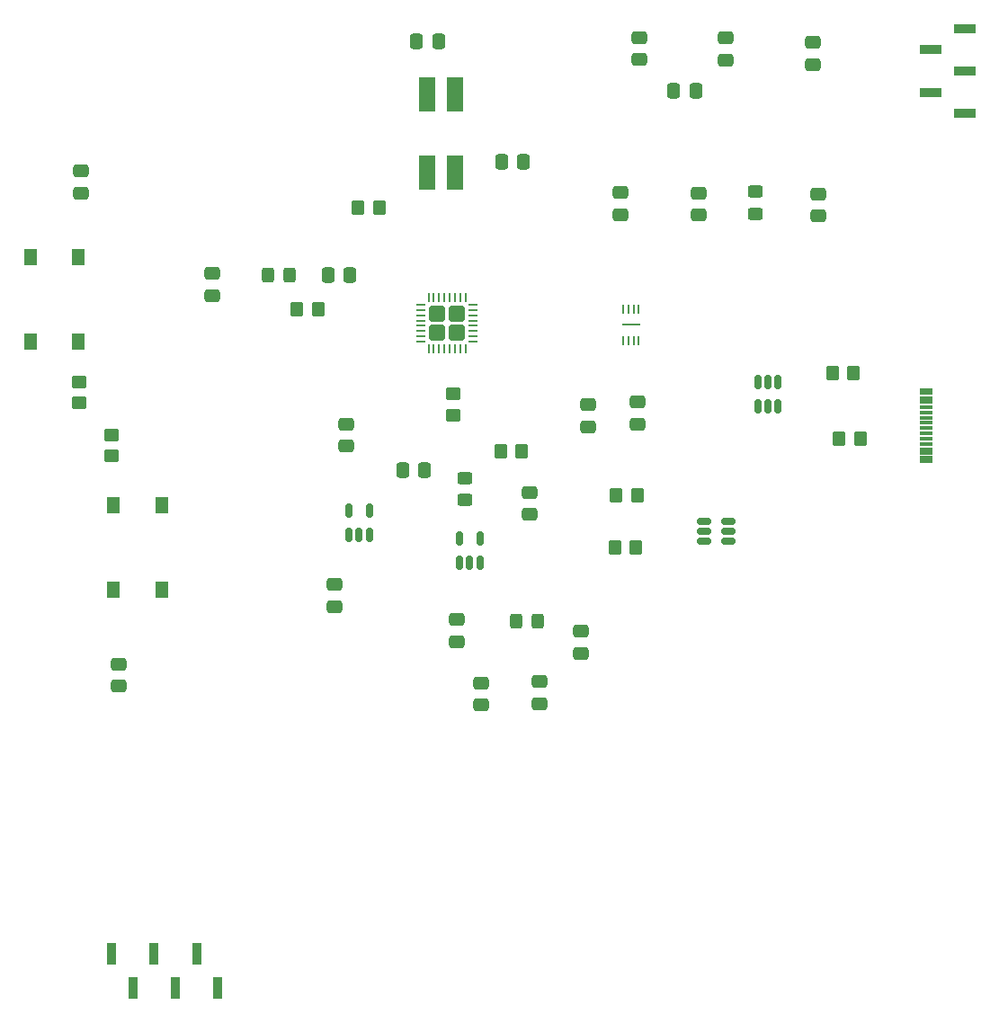
<source format=gbr>
%TF.GenerationSoftware,KiCad,Pcbnew,8.0.4*%
%TF.CreationDate,2024-11-14T20:51:04-06:00*%
%TF.ProjectId,mounted_system,6d6f756e-7465-4645-9f73-797374656d2e,rev?*%
%TF.SameCoordinates,Original*%
%TF.FileFunction,Paste,Top*%
%TF.FilePolarity,Positive*%
%FSLAX46Y46*%
G04 Gerber Fmt 4.6, Leading zero omitted, Abs format (unit mm)*
G04 Created by KiCad (PCBNEW 8.0.4) date 2024-11-14 20:51:04*
%MOMM*%
%LPD*%
G01*
G04 APERTURE LIST*
G04 Aperture macros list*
%AMRoundRect*
0 Rectangle with rounded corners*
0 $1 Rounding radius*
0 $2 $3 $4 $5 $6 $7 $8 $9 X,Y pos of 4 corners*
0 Add a 4 corners polygon primitive as box body*
4,1,4,$2,$3,$4,$5,$6,$7,$8,$9,$2,$3,0*
0 Add four circle primitives for the rounded corners*
1,1,$1+$1,$2,$3*
1,1,$1+$1,$4,$5*
1,1,$1+$1,$6,$7*
1,1,$1+$1,$8,$9*
0 Add four rect primitives between the rounded corners*
20,1,$1+$1,$2,$3,$4,$5,0*
20,1,$1+$1,$4,$5,$6,$7,0*
20,1,$1+$1,$6,$7,$8,$9,0*
20,1,$1+$1,$8,$9,$2,$3,0*%
G04 Aperture macros list end*
%ADD10RoundRect,0.250000X0.337500X0.475000X-0.337500X0.475000X-0.337500X-0.475000X0.337500X-0.475000X0*%
%ADD11R,1.300000X1.550000*%
%ADD12RoundRect,0.250000X0.350000X0.450000X-0.350000X0.450000X-0.350000X-0.450000X0.350000X-0.450000X0*%
%ADD13RoundRect,0.250000X-0.450000X0.325000X-0.450000X-0.325000X0.450000X-0.325000X0.450000X0.325000X0*%
%ADD14RoundRect,0.250000X-0.450000X0.350000X-0.450000X-0.350000X0.450000X-0.350000X0.450000X0.350000X0*%
%ADD15RoundRect,0.250000X0.475000X-0.337500X0.475000X0.337500X-0.475000X0.337500X-0.475000X-0.337500X0*%
%ADD16RoundRect,0.150000X-0.512500X-0.150000X0.512500X-0.150000X0.512500X0.150000X-0.512500X0.150000X0*%
%ADD17RoundRect,0.250000X-0.475000X0.337500X-0.475000X-0.337500X0.475000X-0.337500X0.475000X0.337500X0*%
%ADD18RoundRect,0.250000X-0.350000X-0.450000X0.350000X-0.450000X0.350000X0.450000X-0.350000X0.450000X0*%
%ADD19RoundRect,0.250000X0.325000X0.450000X-0.325000X0.450000X-0.325000X-0.450000X0.325000X-0.450000X0*%
%ADD20RoundRect,0.150000X-0.150000X0.512500X-0.150000X-0.512500X0.150000X-0.512500X0.150000X0.512500X0*%
%ADD21RoundRect,0.250000X-0.337500X-0.475000X0.337500X-0.475000X0.337500X0.475000X-0.337500X0.475000X0*%
%ADD22RoundRect,0.250000X0.450000X-0.350000X0.450000X0.350000X-0.450000X0.350000X-0.450000X-0.350000X0*%
%ADD23R,1.540000X3.300000*%
%ADD24RoundRect,0.150000X0.150000X-0.512500X0.150000X0.512500X-0.150000X0.512500X-0.150000X-0.512500X0*%
%ADD25R,0.900000X2.000000*%
%ADD26RoundRect,0.250000X-0.495000X-0.495000X0.495000X-0.495000X0.495000X0.495000X-0.495000X0.495000X0*%
%ADD27RoundRect,0.062500X-0.337500X-0.062500X0.337500X-0.062500X0.337500X0.062500X-0.337500X0.062500X0*%
%ADD28RoundRect,0.062500X-0.062500X-0.337500X0.062500X-0.337500X0.062500X0.337500X-0.062500X0.337500X0*%
%ADD29RoundRect,0.250000X-0.325000X-0.450000X0.325000X-0.450000X0.325000X0.450000X-0.325000X0.450000X0*%
%ADD30R,2.000000X0.900000*%
%ADD31RoundRect,0.250000X0.450000X-0.325000X0.450000X0.325000X-0.450000X0.325000X-0.450000X-0.325000X0*%
%ADD32R,0.254000X0.812800*%
%ADD33R,1.651000X0.254000*%
%ADD34R,1.150000X0.300000*%
G04 APERTURE END LIST*
D10*
%TO.C,C6*%
X109159500Y-38184000D03*
X107084500Y-38184000D03*
%TD*%
D11*
%TO.C,SW2*%
X51018000Y-53805000D03*
X51018000Y-61765000D03*
X46518000Y-53805000D03*
X46518000Y-61765000D03*
%TD*%
D12*
%TO.C,R12*%
X124623000Y-70950000D03*
X122623000Y-70950000D03*
%TD*%
D13*
%TO.C,D2*%
X87412000Y-74644000D03*
X87412000Y-76694000D03*
%TD*%
D12*
%TO.C,R6*%
X103509000Y-81205000D03*
X101509000Y-81205000D03*
%TD*%
D14*
%TO.C,R4*%
X54138000Y-70569000D03*
X54138000Y-72569000D03*
%TD*%
D15*
%TO.C,C7*%
X111923000Y-35263000D03*
X111923000Y-33188000D03*
%TD*%
D16*
%TO.C,U3*%
X109896500Y-78731000D03*
X109896500Y-79681000D03*
X109896500Y-80631000D03*
X112171500Y-80631000D03*
X112171500Y-79681000D03*
X112171500Y-78731000D03*
%TD*%
D17*
%TO.C,C18*%
X103668000Y-67478000D03*
X103668000Y-69553000D03*
%TD*%
D15*
%TO.C,C12*%
X102032000Y-49832500D03*
X102032000Y-47757500D03*
%TD*%
D18*
%TO.C,R1*%
X71569000Y-58758000D03*
X73569000Y-58758000D03*
%TD*%
D19*
%TO.C,L3*%
X70908000Y-55526000D03*
X68858000Y-55526000D03*
%TD*%
D17*
%TO.C,C13*%
X94397000Y-93821000D03*
X94397000Y-95896000D03*
%TD*%
D15*
%TO.C,C3*%
X51217000Y-47795000D03*
X51217000Y-45720000D03*
%TD*%
%TO.C,C8*%
X109398000Y-49870000D03*
X109398000Y-47795000D03*
%TD*%
D17*
%TO.C,C2*%
X54773000Y-92159000D03*
X54773000Y-94234000D03*
%TD*%
D18*
%TO.C,R3*%
X77334000Y-49162000D03*
X79334000Y-49162000D03*
%TD*%
D12*
%TO.C,R7*%
X103636000Y-76252000D03*
X101636000Y-76252000D03*
%TD*%
D20*
%TO.C,U7*%
X116876000Y-65627000D03*
X115926000Y-65627000D03*
X114976000Y-65627000D03*
X114976000Y-67902000D03*
X115926000Y-67902000D03*
X116876000Y-67902000D03*
%TD*%
D17*
%TO.C,C11*%
X88936000Y-93948000D03*
X88936000Y-96023000D03*
%TD*%
D21*
%TO.C,C20*%
X81527000Y-73882000D03*
X83602000Y-73882000D03*
%TD*%
D15*
%TO.C,C9*%
X120178000Y-35687000D03*
X120178000Y-33612000D03*
%TD*%
D22*
%TO.C,R2*%
X86269000Y-68705000D03*
X86269000Y-66705000D03*
%TD*%
D17*
%TO.C,C14*%
X98969000Y-67732000D03*
X98969000Y-69807000D03*
%TD*%
D15*
%TO.C,C10*%
X103810000Y-35227500D03*
X103810000Y-33152500D03*
%TD*%
D21*
%TO.C,C16*%
X74530000Y-55526000D03*
X76605000Y-55526000D03*
%TD*%
D23*
%TO.C,Y1*%
X83806000Y-38494000D03*
X83806000Y-45894000D03*
X86446000Y-45894000D03*
X86446000Y-38494000D03*
%TD*%
D15*
%TO.C,C5*%
X120701000Y-49959500D03*
X120701000Y-47884500D03*
%TD*%
D22*
%TO.C,R5*%
X51090000Y-67591000D03*
X51090000Y-65591000D03*
%TD*%
D18*
%TO.C,R8*%
X90746000Y-72104000D03*
X92746000Y-72104000D03*
%TD*%
D24*
%TO.C,U5*%
X86909000Y-82634000D03*
X87859000Y-82634000D03*
X88809000Y-82634000D03*
X88809000Y-80359000D03*
X86909000Y-80359000D03*
%TD*%
D25*
%TO.C,J5*%
X64135000Y-122682000D03*
X62135000Y-119482000D03*
X60135000Y-122682000D03*
X58135000Y-119482000D03*
X56135000Y-122682000D03*
X54135000Y-119482000D03*
%TD*%
D15*
%TO.C,C21*%
X93508000Y-78094500D03*
X93508000Y-76019500D03*
%TD*%
D26*
%TO.C,U1*%
X84800000Y-59140000D03*
X84800000Y-60990000D03*
X86650000Y-59140000D03*
X86650000Y-60990000D03*
D27*
X83275000Y-58315000D03*
X83275000Y-58815000D03*
X83275000Y-59315000D03*
X83275000Y-59815000D03*
X83275000Y-60315000D03*
X83275000Y-60815000D03*
X83275000Y-61315000D03*
X83275000Y-61815000D03*
D28*
X83975000Y-62515000D03*
X84475000Y-62515000D03*
X84975000Y-62515000D03*
X85475000Y-62515000D03*
X85975000Y-62515000D03*
X86475000Y-62515000D03*
X86975000Y-62515000D03*
X87475000Y-62515000D03*
D27*
X88175000Y-61815000D03*
X88175000Y-61315000D03*
X88175000Y-60815000D03*
X88175000Y-60315000D03*
X88175000Y-59815000D03*
X88175000Y-59315000D03*
X88175000Y-58815000D03*
X88175000Y-58315000D03*
D28*
X87475000Y-57615000D03*
X86975000Y-57615000D03*
X86475000Y-57615000D03*
X85975000Y-57615000D03*
X85475000Y-57615000D03*
X84975000Y-57615000D03*
X84475000Y-57615000D03*
X83975000Y-57615000D03*
%TD*%
D17*
%TO.C,C19*%
X63651000Y-55399000D03*
X63651000Y-57474000D03*
%TD*%
D15*
%TO.C,C22*%
X76236000Y-71639000D03*
X76236000Y-69564000D03*
%TD*%
D29*
%TO.C,L2*%
X92220000Y-88106000D03*
X94270000Y-88106000D03*
%TD*%
D30*
%TO.C,J4*%
X134442000Y-32322000D03*
X131242000Y-34322000D03*
X134442000Y-36322000D03*
X131242000Y-38322000D03*
X134442000Y-40322000D03*
%TD*%
D31*
%TO.C,L1*%
X114732000Y-49736000D03*
X114732000Y-47686000D03*
%TD*%
D32*
%TO.C,U2*%
X103783001Y-58779400D03*
X103283000Y-58779400D03*
X102783000Y-58779400D03*
X102282999Y-58779400D03*
X102282999Y-61675000D03*
X102783000Y-61675000D03*
X103283000Y-61675000D03*
X103783001Y-61675000D03*
D33*
X103033000Y-60227200D03*
%TD*%
D17*
%TO.C,C17*%
X75093000Y-84677000D03*
X75093000Y-86752000D03*
%TD*%
D10*
%TO.C,C1*%
X84922000Y-33541000D03*
X82847000Y-33541000D03*
%TD*%
D17*
%TO.C,C15*%
X98334000Y-89079000D03*
X98334000Y-91154000D03*
%TD*%
%TO.C,C23*%
X86650000Y-87979000D03*
X86650000Y-90054000D03*
%TD*%
D11*
%TO.C,SW1*%
X54337000Y-85165000D03*
X54337000Y-77205000D03*
X58837000Y-85165000D03*
X58837000Y-77205000D03*
%TD*%
D12*
%TO.C,R13*%
X123988000Y-64727000D03*
X121988000Y-64727000D03*
%TD*%
D34*
%TO.C,J3*%
X130797000Y-73061000D03*
X130797000Y-72261000D03*
X130797000Y-70961000D03*
X130797000Y-69961000D03*
X130797000Y-69461000D03*
X130797000Y-68461000D03*
X130797000Y-67161000D03*
X130797000Y-66361000D03*
X130797000Y-66661000D03*
X130797000Y-67461000D03*
X130797000Y-67961000D03*
X130797000Y-68961000D03*
X130797000Y-70461000D03*
X130797000Y-71461000D03*
X130797000Y-71961000D03*
X130797000Y-72761000D03*
%TD*%
D21*
%TO.C,C4*%
X90848000Y-44844000D03*
X92923000Y-44844000D03*
%TD*%
D24*
%TO.C,U4*%
X76495000Y-79967000D03*
X77445000Y-79967000D03*
X78395000Y-79967000D03*
X78395000Y-77692000D03*
X76495000Y-77692000D03*
%TD*%
M02*

</source>
